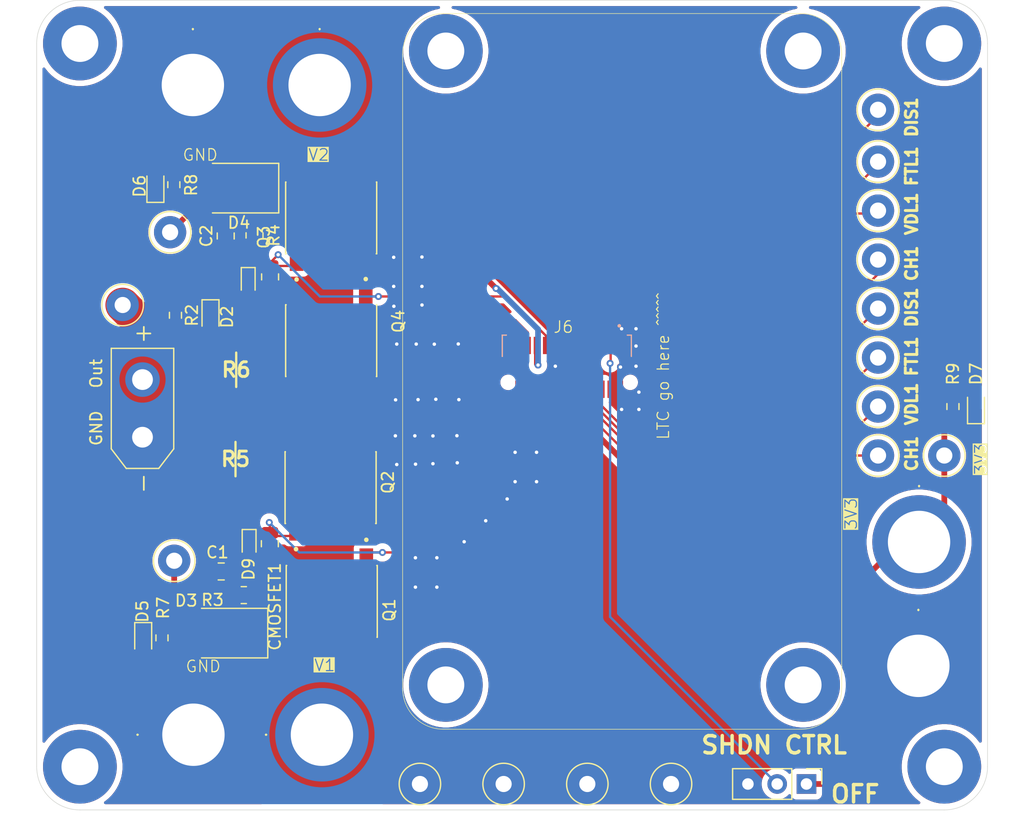
<source format=kicad_pcb>
(kicad_pcb (version 20241229) (generator "pcbnew") (generator_version "9.0")
  (layers (0 "F.Cu" signal) (2 "B.Cu" signal) (13 "F.Paste" user) (15 "B.Paste" user) (5 "F.SilkS" user "F.Silkscreen") (7 "B.SilkS" user "B.Silkscreen") (1 "F.Mask" user) (3 "B.Mask" user) (25 "Edge.Cuts" user))
  (net 0 "")
  (net 1 "GND")
  (net 2 "Net-(C1-Pad1)")
  (net 3 "Net-(C2-Pad1)")
  (net 4 "/GATE1")
  (net 5 "/SOURCE1")
  (net 6 "/SOURCE2")
  (net 7 "/GATE2")
  (net 8 "Net-(D2-A)")
  (net 9 "Net-(D5-A)")
  (net 10 "Net-(D6-A)")
  (net 11 "Net-(D7-A)")
  (net 16 "/V2")
  (net 17 "/Out")
  (net 18 "/DISABLE2")
  (net 19 "/CHL1")
  (net 20 "+3.3V")
  (net 21 "/V1")
  (net 22 "/SHDN")
  (net 23 "/SENSE1")
  (net 24 "/DISABLE1")
  (net 25 "/FTL1")
  (net 26 "/VDL1")
  (net 27 "/CHL2")
  (net 28 "/VDL2")
  (net 29 "/SENSE2")
  (net 30 "/FTL2")
  (footprint "LED_SMD:LED_0603_1608Metric" (layer "F.Cu") (at 118.83 94.4725 -90)
    (property "Reference" "D2" (at 0 -1.43 90) (layer "F.SilkS"))
    (property "Value" "D")
    (pad "1" smd roundrect (at -0.7875 0 270) (size 0.875 0.95) (layers "F.Cu" "F.Mask" "F.Paste") (net 1 "GND"))
    (pad "2" smd roundrect (at 0.7875 0 270) (size 0.875 0.95) (layers "F.Cu" "F.Mask" "F.Paste") (net 8 "Net-(D2-A)"))
  )
  (footprint "Resistor_SMD:R_0603_1608Metric_Pad0.98x0.95mm_HandSolder" (layer "F.Cu") (at 115.65 83 90)
    (property "Reference" "R8" (at -0.025 1.5 90) (layer "F.SilkS"))
    (property "Value" "R")
    (pad "1" smd roundrect (at -0.9125 0 90) (size 0.975 0.95) (layers "F.Cu" "F.Mask" "F.Paste") (net 16 "/V2"))
    (pad "2" smd roundrect (at 0.9125 0 90) (size 0.975 0.95) (layers "F.Cu" "F.Mask" "F.Paste") (net 10 "Net-(D6-A)"))
  )
  (footprint "Resistor_SMD:R_0603_1608Metric_Pad0.98x0.95mm_HandSolder" (layer "F.Cu") (at 114.62 122.32 -90)
    (property "Reference" "R7" (at -2.6 -0.1 90) (layer "F.SilkS"))
    (property "Value" "R")
    (pad "1" smd roundrect (at -0.9125 0 270) (size 0.975 0.95) (layers "F.Cu" "F.Mask" "F.Paste") (net 21 "/V1"))
    (pad "2" smd roundrect (at 0.9125 0 270) (size 0.975 0.95) (layers "F.Cu" "F.Mask" "F.Paste") (net 9 "Net-(D5-A)"))
  )
  (footprint "Capacitor_SMD:C_0805_2012Metric" (layer "F.Cu") (at 124 91 -90)
    (property "Reference" "CMOSFET3" (hide yes))
    (property "Value" "10u")
    (pad "1" smd roundrect (at -0.95 0 270) (size 1 1.45) (layers "F.Cu" "F.Mask" "F.Paste") (net 7 "/GATE2"))
    (pad "2" smd roundrect (at 0.95 0 270) (size 1 1.45) (layers "F.Cu" "F.Mask" "F.Paste") (net 6 "/SOURCE2"))
  )
  (footprint "UTSVT_Connectors:5754" (layer "F.Cu") (at 180.31 114 -90)
    (property "Reference" "J5" (at 0 0 90) (layer "F.SilkS") (effects (font (size 1.27 1.27) (thickness 0.254))))
    (property "Value" "575-4" (hide yes))
    (pad "1" thru_hole circle (at 0 0 270) (size 8.115 8.115) (drill 5.41) (layers "*.Cu" "*.Mask") (net 20 "+3.3V"))
  )
  (footprint "PowerBoardLib:TO200P800X182-5N" (layer "F.Cu") (at 129.3 96.35 -90)
    (property "Reference" "Q4" (at -1.49 -5.835 90) (layer "F.SilkS"))
    (property "Value" "SQJQ140E-T1_GE3")
    (pad "1" smd rect (at -3.65 -3 270) (size 1.53 1.18) (layers "F.Cu" "F.Mask" "F.Paste") (net 7 "/GATE2"))
    (pad "2" smd rect (at -3.65 -1 270) (size 1.53 1.18) (layers "F.Cu" "F.Mask" "F.Paste") (net 6 "/SOURCE2"))
    (pad "3" smd rect (at -3.65 1 270) (size 1.53 1.18) (layers "F.Cu" "F.Mask" "F.Paste") (net 6 "/SOURCE2"))
    (pad "4" smd rect (at -3.65 3 270) (size 1.53 1.18) (layers "F.Cu" "F.Mask" "F.Paste") (net 6 "/SOURCE2"))
    (pad "5" smd rect (at 1.6 0 270) (size 5.63 7.21) (layers "F.Cu" "F.Mask") (net 29 "/SENSE2"))
  )
  (footprint "LED_SMD:LED_0603_1608Metric" (layer "F.Cu") (at 112.99 122.48 -90)
    (property "Reference" "D5" (at -2.46 0.07 90) (layer "F.SilkS"))
    (property "Value" "D")
    (pad "1" smd roundrect (at -0.7875 0 270) (size 0.875 0.95) (layers "F.Cu" "F.Mask" "F.Paste") (net 1 "GND"))
    (pad "2" smd roundrect (at 0.7875 0 270) (size 0.875 0.95) (layers "F.Cu" "F.Mask" "F.Paste") (net 9 "Net-(D5-A)"))
  )
  (footprint "MountingHole:MountingHole_3.2mm_M3_Pad" (layer "F.Cu") (at 107.5 133.5)
    (property "Reference" "H2" (hide yes))
    (property "Value" "MountingHole_Pad")
    (pad "1" thru_hole circle (at 0 0) (size 6.4 6.4) (drill 3.2) (layers "*.Cu" "*.Mask"))
  )
  (footprint "TestPoint:TestPoint_Loop_D3.50mm_Drill1.4mm_Beaded" (layer "F.Cu") (at 144.263333 135)
    (property "Reference" "TP18" (hide yes))
    (property "Value" "TestPoint")
    (pad "1" thru_hole circle (at 0 0) (size 2.8 2.8) (drill 1.4) (layers "*.Cu" "*.Mask") (net 1 "GND"))
  )
  (footprint "PowerBoardLib:TO200P800X182-5N" (layer "F.Cu") (at 129.3 86.0645 90)
    (property "Reference" "Q3" (at -1.49 -5.835 90) (layer "F.SilkS"))
    (property "Value" "SQJQ140E-T1_GE3")
    (pad "1" smd rect (at -3.65 -3 90) (size 1.53 1.18) (layers "F.Cu" "F.Mask" "F.Paste") (net 7 "/GATE2"))
    (pad "2" smd rect (at -3.65 -1 90) (size 1.53 1.18) (layers "F.Cu" "F.Mask" "F.Paste") (net 6 "/SOURCE2"))
    (pad "3" smd rect (at -3.65 1 90) (size 1.53 1.18) (layers "F.Cu" "F.Mask" "F.Paste") (net 6 "/SOURCE2"))
    (pad "4" smd rect (at -3.65 3 90) (size 1.53 1.18) (layers "F.Cu" "F.Mask" "F.Paste") (net 6 "/SOURCE2"))
    (pad "5" smd rect (at 1.6 0 90) (size 5.63 7.21) (layers "F.Cu" "F.Mask") (net 16 "/V2"))
  )
  (footprint "MountingHole:MountingHole_3.2mm_M3_Pad" (layer "F.Cu") (at 182.5 70.75)
    (property "Reference" "H1" (hide yes))
    (property "Value" "MountingHole_Pad")
    (pad "1" thru_hole circle (at 0 0) (size 6.4 6.4) (drill 3.2) (layers "*.Cu" "*.Mask"))
  )
  (footprint "PowerBoardLib:RESC6432X89N" (layer "F.Cu") (at 121 106.81 180)
    (property "Reference" "R5" (at 0 0 0) (layer "F.SilkS") (effects (font (size 1.27 1.27) (thickness 0.254))))
    (property "Value" "1.5m" (hide yes))
    (pad "1" smd rect (at -2.9 0 180) (size 1.45 3.45) (layers "F.Cu" "F.Mask" "F.Paste") (net 23 "/SENSE1"))
    (pad "2" smd rect (at 2.9 0 180) (size 1.45 3.45) (layers "F.Cu" "F.Mask" "F.Paste") (net 17 "/Out"))
  )
  (footprint "MountingHole:MountingHole_3.2mm_M3_Pad" (layer "F.Cu") (at 107.5 70.75)
    (property "Reference" "H4" (hide yes))
    (property "Value" "MountingHole_Pad")
    (pad "1" thru_hole circle (at 0 0) (size 6.4 6.4) (drill 3.2) (layers "*.Cu" "*.Mask"))
  )
  (footprint "UTSVT_Connectors:5754" (layer "F.Cu") (at 117.3 74.35 -90)
    (property "Reference" "J2" (hide yes))
    (property "Value" "575-4" (hide yes))
    (pad "1" thru_hole circle (at 0 0 270) (size 8.115 8.115) (drill 5.41) (layers "*.Cu" "*.Mask") (net 1 "GND"))
  )
  (footprint "PowerBoardLib:P26_DO-214AA_SMB" (layer "F.Cu") (at 123.3 83.3 180)
    (property "Reference" "D4" (at 2 -3 0) (layer "F.SilkS"))
    (property "Value" "SMBJ15D-M3I")
    (pad "1" smd roundrect (at 0 0 180) (size 1.5 2.4) (layers "F.Cu" "F.Mask" "F.Paste") (roundrect_rratio 0.1086956522) (net 16 "/V2"))
    (pad "2" smd roundrect (at 4.3 0 180) (size 1.5 2.4) (layers "F.Cu" "F.Mask" "F.Paste") (roundrect_rratio 0.1086956522) (net 1 "GND"))
  )
  (footprint "LED_SMD:LED_0603_1608Metric" (layer "F.Cu") (at 185.25 102.25 90)
    (property "Reference" "D7" (at 2.8375 0 90) (layer "F.SilkS"))
    (property "Value" "D")
    (pad "1" smd roundrect (at -0.7875 0 90) (size 0.875 0.95) (layers "F.Cu" "F.Mask" "F.Paste") (net 1 "GND"))
    (pad "2" smd roundrect (at 0.7875 0 90) (size 0.875 0.95) (layers "F.Cu" "F.Mask" "F.Paste") (net 11 "Net-(D7-A)"))
  )
  (footprint "UTSVT_Connectors:5754" (layer "F.Cu") (at 180.25 124.75 -90)
    (property "Reference" "J7" (at 0 0 90) (layer "F.SilkS") (effects (font (size 1.27 1.27) (thickness 0.254))))
    (property "Value" "575-4" (hide yes))
    (pad "1" thru_hole circle (at 0 0 270) (size 8.115 8.115) (drill 5.41) (layers "*.Cu" "*.Mask") (net 1 "GND"))
  )
  (footprint "Diode_SMD:D_SOD-523" (layer "F.Cu") (at 122.1 91.45 -90)
    (property "Reference" "D11" (hide yes))
    (property "Value" "D_Zener")
    (pad "1" smd roundrect (at -0.7 0 90) (size 0.6 0.7) (layers "F.Cu" "F.Mask" "F.Paste") (net 7 "/GATE2"))
    (pad "2" smd roundrect (at 0.7 0 90) (size 0.6 0.7) (layers "F.Cu" "F.Mask" "F.Paste") (net 6 "/SOURCE2"))
  )
  (footprint "Connector_PinHeader_2.54mm:PinHeader_1x03_P2.54mm_Vertical" (layer "F.Cu") (at 170.54 135 -90)
    (property "Reference" "J8" (hide yes))
    (property "Value" "Conn_01x03")
    (pad "1" thru_hole rect (at 0 0 270) (size 1.7 1.7) (drill 1) (layers "*.Cu" "*.Mask") (net 20 "+3.3V"))
    (pad "2" thru_hole oval (at 0 2.54 270) (size 1.7 1.7) (drill 1) (layers "*.Cu" "*.Mask") (net 22 "/SHDN"))
    (pad "3" thru_hole oval (at 0 5.08 270) (size 1.7 1.7) (drill 1) (layers "*.Cu" "*.Mask") (net 1 "GND"))
  )
  (footprint "PowerBoardLib:TO200P800X182-5N" (layer "F.Cu") (at 129.25 109.4645 90)
    (property "Reference" "Q2" (at 0.6445 4.97 90) (layer "F.SilkS"))
    (property "Value" "SQJQ140E-T1_GE3")
    (pad "1" smd rect (at -3.65 -3 90) (size 1.53 1.18) (layers "F.Cu" "F.Mask" "F.Paste") (net 4 "/GATE1"))
    (pad "2" smd rect (at -3.65 -1 90) (size 1.53 1.18) (layers "F.Cu" "F.Mask" "F.Paste") (net 5 "/SOURCE1"))
    (pad "3" smd rect (at -3.65 1 90) (size 1.53 1.18) (layers "F.Cu" "F.Mask" "F.Paste") (net 5 "/SOURCE1"))
    (pad "4" smd rect (at -3.65 3 90) (size 1.53 1.18) (layers "F.Cu" "F.Mask" "F.Paste") (net 5 "/SOURCE1"))
    (pad "5" smd rect (at 1.6 0 90) (size 5.63 7.21) (layers "F.Cu" "F.Mask") (net 23 "/SENSE1"))
  )
  (footprint "TestPoint:TestPoint_Loop_D3.50mm_Drill1.4mm_Beaded" (layer "F.Cu") (at 151.526667 135)
    (property "Reference" "TP19" (hide yes))
    (property "Value" "TestPoint")
    (pad "1" thru_hole circle (at 0 0) (size 2.8 2.8) (drill 1.4) (layers "*.Cu" "*.Mask") (net 1 "GND"))
  )
  (footprint "TestPoint:TestPoint_Loop_D3.50mm_Drill1.4mm_Beaded" (layer "F.Cu") (at 176.75 102.25)
    (property "Reference" "TP2" (hide yes))
    (property "Value" "TestPoint")
    (pad "1" thru_hole circle (at 0 0) (size 2.8 2.8) (drill 1.4) (layers "*.Cu" "*.Mask") (net 26 "/VDL1"))
  )
  (footprint "PowerBoardLib:TO200P800X182-5N" (layer "F.Cu") (at 129.35 118.975 -90)
    (property "Reference" "Q1" (at 0.935 -5 90) (layer "F.SilkS"))
    (property "Value" "SQJQ140E-T1_GE3")
    (pad "1" smd rect (at -3.65 -3 270) (size 1.53 1.18) (layers "F.Cu" "F.Mask" "F.Paste") (net 4 "/GATE1"))
    (pad "2" smd rect (at -3.65 -1 270) (size 1.53 1.18) (layers "F.Cu" "F.Mask" "F.Paste") (net 5 "/SOURCE1"))
    (pad "3" smd rect (at -3.65 1 270) (size 1.53 1.18) (layers "F.Cu" "F.Mask" "F.Paste") (net 5 "/SOURCE1"))
    (pad "4" smd rect (at -3.65 3 270) (size 1.53 1.18) (layers "F.Cu" "F.Mask" "F.Paste") (net 5 "/SOURCE1"))
    (pad "5" smd rect (at 1.6 0 270) (size 5.63 7.21) (layers "F.Cu" "F.Mask") (net 21 "/V1"))
  )
  (footprint "TestPoint:TestPoint_Loop_D3.50mm_Drill1.4mm_Beaded" (layer "F.Cu") (at 158.79 135)
    (property "Reference" "TP16" (hide yes))
    (property "Value" "TestPoint")
    (pad "1" thru_hole circle (at 0 0) (size 2.8 2.8) (drill 1.4) (layers "*.Cu" "*.Mask") (net 1 "GND"))
  )
  (footprint "Capacitor_SMD:C_0805_2012Metric" (layer "F.Cu") (at 123.98 114.15 -90)
    (property "Reference" "CMOSFET1" (at 5.46 -0.43 90) (layer "F.SilkS"))
    (property "Value" "10u")
    (pad "1" smd roundrect (at -0.95 0 270) (size 1 1.45) (layers "F.Cu" "F.Mask" "F.Paste") (net 4 "/GATE1"))
    (pad "2" smd roundrect (at 0.95 0 270) (size 1 1.45) (layers "F.Cu" "F.Mask" "F.Paste") (net 5 "/SOURCE1"))
  )
  (footprint "UTSVT_Connectors:5754" (layer "F.Cu") (at 117.35 130.725)
    (property "Reference" "J3" (hide yes))
    (property "Value" "575-4" (hide yes))
    (pad "1" thru_hole circle (at 0 0) (size 8.115 8.115) (drill 5.41) (layers "*.Cu" "*.Mask") (net 1 "GND"))
  )
  (footprint "TestPoint:TestPoint_Loop_D3.50mm_Drill1.4mm_Beaded" (layer "F.Cu") (at 176.75 93.75)
    (property "Reference" "TP4" (hide yes))
    (property "Value" "TestPoint")
    (pad "1" thru_hole circle (at 0 0) (size 2.8 2.8) (drill 1.4) (layers "*.Cu" "*.Mask") (net 24 "/DISABLE1"))
  )
  (footprint "TestPoint:TestPoint_Loop_D3.50mm_Drill1.4mm_Beaded" (layer "F.Cu") (at 111.21 93.44)
    (property "Reference" "TP15" (hide yes))
    (property "Value" "TestPoint")
    (pad "1" thru_hole circle (at 0 0) (size 2.8 2.8) (drill 1.4) (layers "*.Cu" "*.Mask") (net 17 "/Out"))
  )
  (footprint "LED_SMD:LED_0603_1608Metric" (layer "F.Cu") (at 114.05 83.05 90)
    (property "Reference" "D6" (at -0.075 -1.375 90) (layer "F.SilkS"))
    (property "Value" "D")
    (pad "1" smd roundrect (at -0.7875 0 90) (size 0.875 0.95) (layers "F.Cu" "F.Mask" "F.Paste") (net 1 "GND"))
    (pad "2" smd roundrect (at 0.7875 0 90) (size 0.875 0.95) (layers "F.Cu" "F.Mask" "F.Paste") (net 10 "Net-(D6-A)"))
  )
  (footprint "Resistor_SMD:R_0805_2012Metric" (layer "F.Cu") (at 121.72 118.61 180)
    (property "Reference" "R3" (at 2.71 -0.42 0) (layer "F.SilkS"))
    (property "Value" "1.2")
    (pad "1" smd roundrect (at -0.9125 0 180) (size 1.025 1.4) (layers "F.Cu" "F.Mask" "F.Paste") (roundrect_rratio 0.243902) (net 21 "/V1"))
    (pad "2" smd roundrect (at 0.9125 0 180) (size 1.025 1.4) (layers "F.Cu" "F.Mask" "F.Paste") (roundrect_rratio 0.243902) (net 2 "Net-(C1-Pad1)"))
  )
  (footprint "TestPoint:TestPoint_Loop_D3.50mm_Drill1.4mm_Beaded" (layer "F.Cu") (at 176.75 76.5)
    (property "Reference" "TP5" (hide yes))
    (property "Value" "TestPoint")
    (pad "1" thru_hole circle (at 0 0) (size 2.8 2.8) (drill 1.4) (layers "*.Cu" "*.Mask") (net 27 "/CHL2"))
  )
  (footprint "Resistor_SMD:R_0805_2012Metric" (layer "F.Cu") (at 122.65 87.4 -90)
    (property "Reference" "R4" (at 0 -1.65 90) (layer "F.SilkS"))
    (property "Value" "1.2")
    (pad "1" smd roundrect (at -0.9125 0 270) (size 1.025 1.4) (layers "F.Cu" "F.Mask" "F.Paste") (roundrect_rratio 0.243902) (net 16 "/V2"))
    (pad "2" smd roundrect (at 0.9125 0 270) (size 1.025 1.4) (layers "F.Cu" "F.Mask" "F.Paste") (roundrect_rratio 0.243902) (net 3 "Net-(C2-Pad1)"))
  )
  (footprint "TestPoint:TestPoint_Loop_D3.50mm_Drill1.4mm_Beaded" (layer "F.Cu") (at 115.68 115.63)
    (property "Reference" "TP14" (hide yes))
    (property "Value" "TestPoint")
    (pad "1" thru_hole circle (at 0 0) (size 2.8 2.8) (drill 1.4) (layers "*.Cu" "*.Mask") (net 21 "/V1"))
  )
  (footprint "TestPoint:TestPoint_Loop_D3.50mm_Drill1.4mm_Beaded" (layer "F.Cu") (at 176.75 89.5)
    (property "Reference" "TP8" (hide yes))
    (property "Value" "TestPoint")
    (pad "1" thru_hole circle (at 0 0) (size 2.8 2.8) (drill 1.4) (layers "*.Cu" "*.Mask") (net 18 "/DISABLE2"))
  )
  (footprint "TestPoint:TestPoint_Loop_D3.50mm_Drill1.4mm_Beaded" (layer "F.Cu") (at 176.75 98)
    (property "Reference" "TP3" (hide yes))
    (property "Value" "TestPoint")
    (pad "1" thru_hole circle (at 0 0) (size 2.8 2.8) (drill 1.4) (layers "*.Cu" "*.Mask") (net 25 "/FTL1"))
  )
  (footprint "TestPoint:TestPoint_Loop_D3.50mm_Drill1.4mm_Beaded" (layer "F.Cu") (at 137 135)
    (property "Reference" "TP17" (hide yes))
    (property "Value" "TestPoint")
    (pad "1" thru_hole circle (at 0 0) (size 2.8 2.8) (drill 1.4) (layers "*.Cu" "*.Mask") (net 1 "GND"))
  )
  (footprint "UTSVT_Connectors:5754" (layer "F.Cu") (at 128.5 130.725)
    (property "Reference" "J1" (hide yes))
    (property "Value" "575-4" (hide yes))
    (pad "1" thru_hole circle (at 0 0) (size 8.115 8.115) (drill 5.41) (layers "*.Cu" "*.Mask") (net 21 "/V1"))
  )
  (footprint "UTSVT_Connectors:5754" (layer "F.Cu") (at 128.3 74.35 -90)
    (property "Reference" "J4" (hide yes))
    (property "Value" "575-4" (hide yes))
    (pad "1" thru_hole circle (at 0 0 270) (size 8.115 8.115) (drill 5.41) (layers "*.Cu" "*.Mask") (net 16 "/V2"))
  )
  (footprint "Diode_SMD:D_SOD-523" (layer "F.Cu") (at 122.18 114.18 -90)
    (property "Reference" "D9" (at 2.18 0.05 90) (layer "F.SilkS"))
    (property "Value" "D_Zener")
    (pad "1" smd roundrect (at -0.7 0 90) (size 0.6 0.7) (layers "F.Cu" "F.Mask" "F.Paste") (net 4 "/GATE1"))
    (pad "2" smd roundrect (at 0.7 0 90) (size 0.6 0.7) (layers "F.Cu" "F.Mask" "F.Paste") (net 5 "/SOURCE1"))
  )
  (footprint "Resistor_SMD:R_0603_1608Metric_Pad0.98x0.95mm_HandSolder" (layer "F.Cu") (at 115.79 94.33 -90)
    (property "Reference" "R2" (at 0 -1.43 90) (layer "F.SilkS"))
    (property "Value" "R")
    (pad "1" smd roundrect (at -0.9125 0 270) (size 0.975 0.95) (layers "F.Cu" "F.Mask" "F.Paste") (net 17 "/Out"))
    (pad "2" smd roundrect (at 0.9125 0 270) (size 0.975 0.95) (layers "F.Cu" "F.Mask" "F.Paste") (net 8 "Net-(D2-A)"))
  )
  (footprint "MountingHole:MountingHole_3.2mm_M3_Pad" (layer "F.Cu") (at 182.5 133.5)
    (property "Reference" "H3" (hide yes))
    (property "Value" "MountingHole_Pad")
    (pad "1" thru_hole circle (at 0 0) (size 6.4 6.4) (drill 3.2) (layers "*.Cu" "*.Mask"))
  )
  (footprint "PowerBoardLib:P26_DO-214AA_SMB" (layer "F.Cu") (at 122.35 121.91 180)
    (property "Reference" "D3" (at 5.63 2.82 0) (layer "F.SilkS"))
    (property "Value" "SMBJ15D-M3I")
    (pad "1" smd roundrect (at 0 0 180) (size 1.5 2.4) (layers "F.Cu" "F.Mask" "F.Paste") (roundrect_rratio 0.1086956522) (net 21 "/V1"))
    (pad "2" smd roundrect (at 4.3 0 180) (size 1.5 2.4) (layers "F.Cu" "F.Mask" "F.Paste") (roundrect_rratio 0.1086956522) (net 1 "GND"))
  )
  (footprint "PowerBoardLib:LVMux" (layer "F.Cu") (at 149.85 98.95 90)
    (property "Reference" "J6" (at 3.6 -0.4 0) (layer "F.SilkS") (effects (font (thickness 0.1))))
    (property "Value" "53307-2471")
    (fp_text user "LTC go here ^^^^^" (at -6.25 8.85 90) (layer "F.SilkS") (effects (font (thickness 0.1)) (justify left bottom)))
    (pad "" np_thru_hole circle (at -1.2 -5.2) (size 0.85 0.85) (drill 0.85) (layers "*.Cu" "*.Mask"))
    (pad "" np_thru_hole circle (at -1.2 5.4) (size 0.85 0.85) (drill 0.85) (layers "*.Cu" "*.Mask"))
    (pad "1" smd rect (at 2 4.5 180) (size 0.55 1.5) (layers "F.Cu" "F.Mask" "F.Paste") (net 1 "GND"))
    (pad "2" smd rect (at -1.8 4.5 180) (size 0.55 1.5) (layers "F.Cu" "F.Mask" "F.Paste") (net 1 "GND"))
    (pad "3" smd rect (at 2 3.7 180) (size 0.55 1.5) (layers "F.Cu" "F.Mask" "F.Paste") (net 22 "/SHDN"))
    (pad "4" smd rect (at -1.8 3.7 180) (size 0.55 1.5) (layers "F.Cu" "F.Mask" "F.Paste") (net 1 "GND"))
    (pad "5" smd rect (at 2 2.9 180) (size 0.55 1.5) (layers "F.Cu" "F.Mask" "F.Paste") (net 18 "/DISABLE2"))
    (pad "6" smd rect (at -1.8 2.9 180) (size 0.55 1.5) (layers "F.Cu" "F.Mask" "F.Paste") (net 24 "/DISABLE1"))
    (pad "7" smd rect (at 2 2.1 180) (size 0.55 1.5) (layers "F.Cu" "F.Mask" "F.Paste") (net 30 "/FTL2"))
    (pad "8" smd rect (at -1.8 2.1 180) (size 0.55 1.5) (layers "F.Cu" "F.Mask" "F.Paste") (net 25 "/FTL1"))
    (pad "9" smd rect (at 2 1.3 180) (size 0.55 1.5) (layers "F.Cu" "F.Mask" "F.Paste") (net 28 "/VDL2"))
    (pad "10" smd rect (at -1.8 1.3 180) (size 0.55 1.5) (layers "F.Cu" "F.Mask" "F.Paste") (net 26 "/VDL1"))
    (pad "11" smd rect (at 2 0.5 180) (size 0.55 1.5) (layers "F.Cu" "F.Mask" "F.Paste") (net 27 "/CHL2"))
    (pad "12" smd rect (at -1.8 0.5 180) (size 0.55 1.5) (layers "F.Cu" "F.Mask" "F.Paste") (net 19 "/CHL1"))
    (pad "13" smd rect (at 2 -0.3 180) (size 0.55 1.5) (layers "F.Cu" "F.Mask" "F.Paste") (net 20 "+3.3V"))
    (pad "14" smd rect (at -1.8 -0.3 180) (size 0.55 1.5) (layers "F.Cu" "F.Mask" "F.Paste") (net 20 "+3.3V"))
    (pad "15" smd rect (at 2 -1.1 180) (size 0.55 1.5) (layers "F.Cu" "F.Mask" "F.Paste") (net 16 "/V2"))
    (pad "16" smd rect (at -1.8 -1.1 180) (size 0.55 1.5) (layers "F.Cu" "F.Mask" "F.Paste") (net 21 "/V1"))
    (pad "17" smd rect (at 2 -1.9 180) (size 0.55 1.5) (layers "F.Cu" "F.Mask" "F.Paste") (net 7 "/GATE2"))
    (pad "18" smd rect (at -1.8 -1.9 180) (size 0.55 1.5) (layers "F.Cu" "F.Mask" "F.Paste") (net 4 "/GATE1"))
    (pad "19" smd rect (at 2 -2.7 180) (size 0.55 1.5) (layers "F.Cu" "F.Mask" "F.Paste") (net 6 "/SOURCE2"))
    (pad "20" smd rect (at -1.8 -2.7 180) (size 0.55 1.5) (layers "F.Cu" "F.Mask" "F.Paste") (net 5 "/SOURCE1"))
    (pad "21" smd rect (at 2 -3.5 180) (size 0.55 1.5) (layers "F.Cu" "F.Mask" "F.Paste") (net 29 "/SENSE2"))
    (pad "22" smd rect (at -1.8 -3.5 180) (size 0.55 1.5) (layers "F.Cu" "F.Mask" "F.Paste") (net 23 "/SENSE1"))
    (pad "23" smd rect (at 2 -4.3 180) (size 0.55 1.5) (layers "F.Cu" "F.Mask" "F.Paste") (net 17 "/Out"))
    (pad "24" smd rect (at -1.8 -4.3 180) (size 0.55 1.5) (layers "F.Cu" "F.Mask" "F.Paste") (net 17 "/Out"))
    (pad "X" thru_hole circle (at -27.45 -10.6 90) (size 3.6 3.6) (drill 3.2) (layers "*.Cu" "*.Mask"))
    (pad "X" connect circle (at -27.45 -10.6 90) (size 6.4 6.4) (layers "F.Cu" "F.Mask"))
    (pad "X" connect circle (at -27.45 -10.6 90) (size 6.4 6.4) (layers "B.Cu" "B.Mask"))
    (pad "X" thru_hole circle (at -27.45 20.4 90) (size 3.6 3.6) (drill 3.2) (layers "*.Cu" "*.Mask"))
    (pad "X" connect circle (at -27.45 20.4 90) (size 6.4 6.4) (layers "F.Cu" "F.Mask"))
    (pad "X" connect circle (at -27.45 20.4 90) (size 6.4 6.4) (layers "B.Cu" "B.Mask"))
    (pad "X" thru_hole circle (at 27.55 -10.6 90) (size 3.6 3.6) (drill 3.2) (layers "*.Cu" "*.Mask"))
    (pad "X" connect circle (at 27.55 -10.6 90) (size 6.4 6.4) (layers "F.Cu" "F.Mask"))
    (pad "X" connect circle (at 27.55 -10.6 90) (size 6.4 6.4) (layers "B.Cu" "B.Mask"))
    (pad "X" thru_hole circle (at 27.55 20.4 90) (size 3.6 3.6) (drill 3.2) (layers "*.Cu" "*.Mask"))
    (pad "X" connect circle (at 27.55 20.4 90) (size 6.4 6.4) (layers "F.Cu" "F.Mask"))
    (pad "X" connect circle (at 27.55 20.4 90) (size 6.4 6.4) (layers "B.Cu" "B.Mask"))
  )
  (footprint "TestPoint:TestPoint_Loop_D3.50mm_Drill1.4mm_Beaded" (layer "F.Cu") (at 176.75 81)
    (property "Reference" "TP6" (hide yes))
    (property "Value" "TestPoint")
    (pad "1" thru_hole circle (at 0 0) (size 2.8 2.8) (drill 1.4) (layers "*.Cu" "*.Mask") (net 28 "/VDL2"))
  )
  (footprint "TestPoint:TestPoint_Loop_D3.50mm_Drill1.4mm_Beaded" (layer "F.Cu") (at 182.5 106.5)
    (property "Reference" "TP12" (hide yes))
    (property "Value" "TestPoint")
    (pad "1" thru_hole circle (at 0 0) (size 2.8 2.8) (drill 1.4) (layers "*.Cu" "*.Mask") (net 20 "+3.3V"))
  )
  (footprint "TestPoint:TestPoint_Loop_D3.50mm_Drill1.4mm_Beaded" (layer "F.Cu") (at 176.75 85.25)
    (property "Reference" "TP7" (hide yes))
    (property "Value" "TestPoint")
    (pad "1" thru_hole circle (at 0 0) (size 2.8 2.8) (drill 1.4) (layers "*.Cu" "*.Mask") (net 30 "/FTL2"))
  )
  (footprint "Capacitor_SMD:C_0805_2012Metric" (layer "F.Cu") (at 119.76 116.56 180)
    (property "Reference" "C1" (at 0.33 1.66 0) (layer "F.SilkS"))
    (property "Value" "10u")
    (pad "1" smd roundrect (at -0.95 0 180) (size 1 1.45) (layers "F.Cu" "F.Mask" "F.Paste") (net 2 "Net-(C1-Pad1)"))
    (pad "2" smd roundrect (at 0.95 0 180) (size 1 1.45) (layers "F.Cu" "F.Mask" "F.Paste") (net 1 "GND"))
  )
  (footprint "PowerBoardLib:RESC6432X89N" (layer "F.Cu") (at 121.06 99.06 180)
    (property "Reference" "R6" (at 0 0 0) (layer "F.SilkS") (effects (font (size 1.27 1.27) (thickness 0.254))))
    (property "Value" "1.5m" (hide yes))
    (pad "1" smd rect (at -2.9 0 180) (size 1.45 3.45) (layers "F.Cu" "F.Mask" "F.Paste") (net 29 "/SENSE2"))
    (pad "2" smd rect (at 2.9 0 180) (size 1.45 3.45) (layers "F.Cu" "F.Mask" "F.Paste") (net 17 "/Out"))
  )
  (footprint "Connector_AMASS:AMASS_XT30UPB-M_1x02_P5.0mm_Vertical" (layer "F.Cu") (at 112.93 104.91 90)
    (property "Reference" "J9" (hide yes))
    (property "Value" "Conn_01x02")
    (fp_text user "+" (at 9 0 90) (layer "F.SilkS") (effects (font (size 1.5 1.5))))
    (fp_text user "-" (at -4 0 90) (layer "F.SilkS") (effects (font (size 1.5 1.5))))
    (pad "1" thru_hole roundrect (at 0 0 90) (size 3 3) (drill 1.8) (layers "*.Cu" "*.Mask") (net 1 "GND"))
    (pad "2" thru_hole circle (at 5 0 90) (size 3 3) (drill 1.8) (layers "*.Cu" "*.Mask") (net 17 "/Out"))
  )
  (footprint "Resistor_SMD:R_0603_1608Metric_Pad0.98x0.95mm_HandSolder" (layer "F.Cu") (at 183.25 102.25 90)
    (property "Reference" "R9" (at 2.8375 0 90) (layer "F.SilkS"))
    (property "Value" "R")
    (pad "1" smd roundrect (at -0.9125 0 90) (size 0.975 0.95) (layers "F.Cu" "F.Mask" "F.Paste") (net 20 "+3.3V"))
    (pad "2" smd roundrect (at 0.9125 0 90) (size 0.975 0.95) (layers "F.Cu" "F.Mask" "F.Paste") (net 11 "Net-(D7-A)"))
  )
  (footprint "Capacitor_SMD:C_0805_2012Metric" (layer "F.Cu") (at 120.15 87.45 90)
    (property "Reference" "C2" (at 0 -1.68 90) (layer "F.SilkS"))
    (property "Value" "10u")
    (pad "1" smd roundrect (at -0.95 0 90) (size 1 1.45) (layers "F.Cu" "F.Mask" "F.Paste") (net 3 "Net-(C2-Pad1)"))
    (pad "2" smd roundrect (at 0.95 0 90) (size 1 1.45) (layers "F.Cu" "F.Mask" "F.Paste") (net 1 "GND"))
  )
  (footprint "TestPoint:TestPoint_Loop_D3.50mm_Drill1.4mm_Beaded" (layer "F.Cu") (at 115.325 87.125)
    (property "Reference" "TP13" (hide yes))
    (property "Value" "TestPoint")
    (pad "1" thru_hole circle (at 0 0) (size 2.8 2.8) (drill 1.4) (layers "*.Cu" "*.Mask") (net 16 "/V2"))
  )
  (footprint "TestPoint:TestPoint_Loop_D3.50mm_Drill1.4mm_Beaded" (layer "F.Cu") (at 176.75 106.5)
    (property "Reference" "TP1" (hide yes))
    (property "Value" "TestPoint")
    (pad "1" thru_hole circle (at 0 0) (size 2.8 2.8) (drill 1.4) (layers "*.Cu" "*.Mask") (net 19 "/CHL1"))
  )
  (gr_line (start 182.5 137.25) (end 107.5 137.25) (stroke (width 0.05)) (layer "Edge.Cuts"))
  (gr_arc (start 103.75 70.75) (mid 104.84835 68.09835) (end 107.5 67) (stroke (width 0.05)) (layer "Edge.Cuts"))
  (gr_arc (start 186.25 133.5) (mid 185.15165 136.15165) (end 182.5 137.25) (stroke (width 0.05)) (layer "Edge.Cuts"))
  (gr_line (start 103.75 133.5) (end 103.75 70.75) (stroke (width 0.05)) (layer "Edge.Cuts"))
  (gr_line (start 107.5 67) (end 182.5 67) (stroke (width 0.05)) (layer "Edge.Cuts"))
  (gr_arc (start 107.5 137.25) (mid 104.84835 136.15165) (end 103.75 133.5) (stroke (width 0.05)) (layer "Edge.Cuts"))
  (gr_arc (start 182.5 67) (mid 185.15165 68.09835) (end 186.25 70.75) (stroke (width 0.05)) (layer "Edge.Cuts"))
  (gr_line (start 186.25 70.75) (end 186.25 133.5) (stroke (width 0.05)) (layer "Edge.Cuts"))
  (gr_text "GND" (at 109.5 105.75 90) (layer "F.SilkS") (effects (font (size 1 1)) (justify left bottom)))
  (gr_text "V1" (at 127.77 125.29 0) (layer "F.SilkS" knockout) (effects (font (size 1 1) (thickness 0.1)) (justify left bottom)))
  (gr_text "CH1" (at 180.25 108 90) (layer "F.SilkS") (effects (font (size 1 1) (thickness 0.25) (bold yes)) (justify left bottom)))
  (gr_text "FTL1" (at 180.25 99.75 90) (layer "F.SilkS") (effects (font (size 1 1) (thickness 0.25) (bold yes)) (justify left bottom)))
  (gr_text "3V3" (at 175 113 90) (layer "F.SilkS" knockout) (effects (font (size 1 1) (thickness 0.1)) (justify left bottom)))
  (gr_text "VDL1	" (at 180.25 104 90) (layer "F.SilkS") (effects (font (size 1 1) (thickness 0.25) (bold yes)) (justify left bottom)))
  (gr_text "OFF" (at 172.5 136.75 0) (layer "F.SilkS") (effects (font (size 1.5 1.5) (thickness 0.3) (bold yes)) (justify left bottom)))
  (gr_text "DIS1" (at 180.25 95.5 90) (layer "F.SilkS") (effects (font (size 1 1) (thickness 0.25) (bold yes)) (justify left bottom)))
  (gr_text "SHDN CTRL" (at 161.25 132.5 0) (layer "F.SilkS") (effects (font (size 1.5 1.5) (thickness 0.3) (bold yes)) (justify left bottom)))
  (gr_text "GND" (at 116.61 125.38 0) (layer "F.SilkS") (effects (font (size 1 1) (thickness 0.1)) (justify left bottom)))
  (gr_text "VDL1	" (at 180.25 87.5 90) (layer "F.SilkS") (effects (font (size 1 1) (thickness 0.25) (bold yes)) (justify left bottom)))
  (gr_text "CH1" (at 180.25 91.5 90) (layer "F.SilkS") (effects (font (size 1 1) (thickness 0.25) (bold yes)) (justify left bottom)))
  (gr_text "3V3" (at 186.25 108.25 90) (layer "F.SilkS" knockout) (effects (font (size 1 1) (thickness 0.1)) (justify left bottom)))
  (gr_text "DIS1" (at 180.25 79 90) (layer "F.SilkS") (effects (font (size 1 1) (thickness 0.25) (bold yes)) (justify left bottom)))
  (gr_text "Out" (at 109.5 100.75 90) (layer "F.SilkS") (effects (font (size 1 1)) (justify left bottom)))
  (gr_text "V2" (at 127.25 81 0) (layer "F.SilkS" knockout) (effects (font (size 1 1) (thickness 0.1)) (justify left bottom)))
  (gr_text "FTL1" (at 180.25 83.25 90) (layer "F.SilkS") (effects (font (size 1 1) (thickness 0.25) (bold yes)) (justify left bottom)))
  (gr_text "GND" (at 116.35 81 0) (layer "F.SilkS") (effects (font (size 1 1) (thickness 0.1)) (justify left bottom)))
  (segment (start 154.35 98.775) (end 154.4 98.825) (width 0.5) (layer "F.Cu") (net 1))
  (segment (start 140.33 101.6) (end 140.38 101.65) (width 0.5) (layer "F.Cu") (net 1))
  (segment (start 136.87 101.62) (end 136.84 101.65) (width 0.5) (layer "F.Cu") (net 1))
  (via (at 136.84 101.65) (size 0.6) (drill 0.3) (layers "F.Cu" "B.Cu") (net 1))
  (via (at 154.4 98.825) (size 0.6) (drill 0.3) (layers "F.Cu" "B.Cu") (net 1))
  (via (at 136.61 117.92) (size 0.6) (drill 0.3) (layers "F.Cu" "B.Cu") (net 1))
  (via (at 148.75 98.75) (size 0.6) (drill 0.3) (layers "F.Cu" "B.Cu") (net 1))
  (via (at 155.75 97) (size 0.6) (drill 0.3) (layers "F.Cu" "B.Cu") (net 1))
  (via (at 147.12 106.22) (size 0.6) (drill 0.3) (layers "F.Cu" "B.Cu") (net 1))
  (via (at 140.38 101.65) (size 0.6) (drill 0.3) (layers "F.Cu" "B.Cu") (net 1))
  (via (at 134.725 89.3) (size 0.6) (drill 0.3) (layers "F.Cu" "B.Cu") (net 1))
  (via (at 138.47 117.92) (size 0.6) (drill 0.3) (layers "F.Cu" "B.Cu") (net 1))
  (via (at 136.56 104.79) (size 0.6) (drill 0.3) (layers "F.Cu" "B.Cu") (net 1))
  (via (at 138.25 96.84) (size 0.6) (drill 0.3) (layers "F.Cu" "B.Cu") (net 1))
  (via (at 136.62 107.25) (size 0.6) (drill 0.3) (layers "F.Cu" "B.Cu") (net 1))
  (via (at 147.12 108.77) (size 0.6) (drill 0.3) (layers "F.Cu" "B.Cu") (net 1))
  (via (at 140.24 107.13) (size 0.6) (drill 0.3) (layers "F.Cu" "B.Cu") (net 1))
  (via (at 137.175 89.275) (size 0.6) (drill 0.3) (layers "F.Cu" "B.Cu") (net 1))
  (via (at 140.21 104.78) (size 0.6) (drill 0.3) (layers "F.Cu" "B.Cu") (net 1))
  (via (at 145.26 106.22) (size 0.6) (drill 0.3) (layers "F.Cu" "B.Cu") (net 1))
  (via (at 136.61 115.37) (size 0.6) (drill 0.3) (layers "F.Cu" "B.Cu") (net 1))
  (via (at 134.99 96.83) (size 0.6) (drill 0.3) (layers "F.Cu" "B.Cu") (net 1))
  (via (at 155.75 98.75) (size 0.6) (drill 0.3) (layers "F.Cu" "B.Cu") (net 1))
  (via (at 136.68 96.83) (size 0.6) (drill 0.3) (layers "F.Cu" "B.Cu") (net 1))
  (via (at 134.725 91.825) (size 0.6) (drill 0.3) (layers "F.Cu" "B.Cu") (net 1))
  (via (at 134.89 101.67) (size 0.6) (drill 0.3) (layers "F.Cu" "B.Cu") (net 1))
  (via (at 140.33 96.82) (size 0.6) (drill 0.3) (layers "F.Cu" "B.Cu") (net 1))
  (via (at 134.74 93.55) (size 0.6) (drill 0.3) (layers "F.Cu" "B.Cu") (net 1))
  (via (at 154.5 95.5) (size 0.6) (drill 0.3) (layers "F.Cu" "B.Cu") (net 1))
  (via (at 154.5 102.5) (size 0.6) (drill 0.3) (layers "F.Cu" "B.Cu") (net 1))
  (via (at 137.175 91.825) (size 0.6) (drill 0.3) (layers "F.Cu" "B.Cu") (net 1))
  (via (at 138.13 104.8) (size 0.6) (drill 0.3) (layers "F.Cu" "B.Cu") (net 1))
  (via (at 134.99 107.28) (size 0.6) (drill 0.3) (layers "F.Cu" "B.Cu") (net 1))
  (via (at 144.57 110.27) (size 0.6) (drill 0.3) (layers "F.Cu" "B.Cu") (net 1))
  (via (at 137.18 93.44) (size 0.6) (drill 0.3) (layers "F.Cu" "B.Cu") (net 1))
  (via (at 156 102.5) (size 0.6) (drill 0.3) (layers "F.Cu" "B.Cu") (net 1))
  (via (at 138.13 107.21) (size 0.6) (drill 0.3) (layers "F.Cu" "B.Cu") (net 1))
  (via (at 155.75 95.5) (size 0.6) (drill 0.3) (layers "F.Cu" "B.Cu") (net 1))
  (via (at 156 101) (size 0.6) (drill 0.3) (layers "F.Cu" "B.Cu") (net 1))
  (via (at 145.26 108.77) (size 0.6) (drill 0.3) (layers "F.Cu" "B.Cu") (net 1))
  (via (at 140.84 113.98) (size 0.6) (drill 0.3) (layers "F.Cu" "B.Cu") (net 1))
  (via (at 138.47 115.37) (size 0.6) (drill 0.3) (layers "F.Cu" "B.Cu") (net 1))
  (via (at 142.71 112.16) (size 0.6) (drill 0.3) (layers "F.Cu" "B.Cu") (net 1))
  (via (at 134.87 104.79) (size 0.6) (drill 0.3) (layers "F.Cu" "B.Cu") (net 1))
  (via (at 138.38 101.62) (size 0.6) (drill 0.3) (layers "F.Cu" "B.Cu") (net 1))
  (segment (start 138.41 101.65) (end 138.38 101.62) (width 0.5) (layer "B.Cu") (net 1))
  (segment (start 134.91 101.65) (end 134.89 101.67) (width 0.5) (layer "B.Cu") (net 1))
  (segment (start 120.71 116.56) (end 120.71 118.5125) (width 0.5) (layer "F.Cu") (net 2))
  (segment (start 120.71 118.5125) (end 120.8075 118.61) (width 0.5) (layer "F.Cu") (net 2))
  (segment (start 122.65 88.3125) (end 120.2375 88.3125) (width 0.2) (layer "F.Cu") (net 3))
  (segment (start 120.2375 88.3125) (end 120.15 88.4) (width 0.2) (layer "F.Cu") (net 3))
  (segment (start 123.98 113.2) (end 123.98 112.36) (width 0.2) (layer "F.Cu") (net 4))
  (segment (start 147.95 101.7) (end 134.74 114.91) (width 0.2) (layer "F.Cu") (net 4))
  (segment (start 134.74 114.91) (end 133.75 114.91) (width 0.2) (layer "F.Cu") (net 4))
  (segment (start 125.8845 113.48) (end 126.25 113.1145) (width 0.2) (layer "F.Cu") (net 4))
  (segment (start 132.765 114.91) (end 132.35 115.325) (width 0.2) (layer "F.Cu") (net 4))
  (segment (start 147.95 100.75) (end 147.95 101.7) (width 0.2) (layer "F.Cu") (net 4))
  (segment (start 122.18 113.48) (end 125.8845 113.48) (width 0.2) (layer "F.Cu") (net 4))
  (segment (start 123.98 112.36) (end 123.93 112.31) (width 0.2) (layer "F.Cu") (net 4))
  (segment (start 133.75 114.91) (end 132.765 114.91) (width 0.2) (layer "F.Cu") (net 4))
  (via (at 133.75 114.91) (size 0.6) (drill 0.3) (layers "F.Cu" "B.Cu") (net 4))
  (via (at 123.93 112.31) (size 0.6) (drill 0.3) (layers "F.Cu" "B.Cu") (net 4))
  (segment (start 126.53 114.91) (end 133.75 114.91) (width 0.2) (layer "B.Cu") (net 4))
  (segment (start 123.93 112.31) (end 126.53 114.91) (width 0.2) (layer "B.Cu") (net 4))
  (segment (start 147.15 101.7) (end 135.7355 113.1145) (width 0.2) (layer "F.Cu") (net 5))
  (segment (start 147.15 100.75) (end 147.15 101.7) (width 0.2) (layer "F.Cu") (net 5))
  (segment (start 135.7355 113.1145) (end 132.25 113.1145) (width 0.2) (layer "F.Cu") (net 5))
  (segment (start 140.001 88.401) (end 143.6 92) (width 0.5) (layer "F.Cu") (net 6))
  (segment (start 147.15 96.95) (end 147.15 98.55) (width 0.5) (layer "F.Cu") (net 6))
  (segment (start 133.6135 88.401) (end 140.001 88.401) (width 0.5) (layer "F.Cu") (net 6))
  (segment (start 147.15 98.55) (end 147.25 98.65) (width 0.5) (layer "F.Cu") (net 6))
  (segment (start 132.3 89.7145) (end 133.6135 88.401) (width 0.5) (layer "F.Cu") (net 6))
  (via (at 143.6 92) (size 0.6) (drill 0.3) (layers "F.Cu" "B.Cu") (net 6))
  (via (at 147.25 98.65) (size 0.6) (drill 0.3) (layers "F.Cu" "B.Cu") (net 6))
  (segment (start 143.7 92) (end 143.6 92) (width 0.5) (layer "B.Cu") (net 6))
  (segment (start 147.25 98.65) (end 147.25 95.55) (width 0.5) (layer "B.Cu") (net 6))
  (segment (start 147.25 95.55) (end 143.7 92) (width 0.5) (layer "B.Cu") (net 6))
  (segment (start 124 90.05) (end 125.9645 90.05) (width 0.2) (layer "F.Cu") (net 7))
  (segment (start 124 89.775) (end 124.7 89.075) (width 0.2) (layer "F.Cu") (net 7))
  (segment (start 147.95 96.123) (end 147.95 96.95) (width 0.2) (layer "F.Cu") (net 7))
  (segment (start 124 90.05) (end 122.8 90.05) (width 0.2) (layer "F.Cu") (net 7))
  (segment (start 133.4 92.7) (end 144.527 92.7) (width 0.2) (layer "F.Cu") (net 7))
  (segment (start 125.9645 90.05) (end 126.3 89.7145) (width 0.2) (layer "F.Cu") (net 7))
  (segment (start 132.3 92.7) (end 133.4 92.7) (width 0.2) (layer "F.Cu") (net 7))
  (segment (start 124 90.05) (end 124 89.775) (width 0.2) (layer "F.Cu") (net 7))
  (segment (start 144.527 92.7) (end 147.95 96.123) (width 0.2) (layer "F.Cu") (net 7))
  (segment (start 122.8 90.05) (end 122.1 90.75) (width 0.2) (layer "F.Cu") (net 7))
  (via (at 133.4 92.7) (size 0.6) (drill 0.3) (layers "F.Cu" "B.Cu") (net 7))
  (via (at 124.7 89.075) (size 0.6) (drill 0.3) (layers "F.Cu" "B.Cu") (net 7))
  (segment (start 128.325 92.7) (end 133.4 92.7) (width 0.2) (layer "B.Cu") (net 7))
  (segment (start 124.7 89.075) (end 128.325 92.7) (width 0.2) (layer "B.Cu") (net 7))
  (segment (start 115.79 95.2425) (end 118.8125 95.2425) (width 0.5) (layer "F.Cu") (net 8))
  (segment (start 118.8125 95.2425) (end 118.83 95.26) (width 0.5) (layer "F.Cu") (net 8))
  (segment (start 114.585 123.2675) (end 114.62 123.2325) (width 0.5) (layer "F.Cu") (net 9))
  (segment (start 112.99 123.2675) (end 114.585 123.2675) (width 0.5) (layer "F.Cu") (net 9))
  (segment (start 114.05 82.2625) (end 115.475 82.2625) (width 0.5) (layer "F.Cu") (net 10))
  (segment (start 115.475 82.2625) (end 115.65 82.0875) (width 0.5) (layer "F.Cu") (net 10))
  (segment (start 183.375 101.4625) (end 183.25 101.3375) (width 0.5) (layer "F.Cu") (net 11))
  (segment (start 185.25 101.4625) (end 183.375 101.4625) (width 0.5) (layer "F.Cu") (net 11))
  (segment (start 115.65 83.9125) (end 116.9625 83.9125) (width 0.5) (layer "F.Cu") (net 16))
  (segment (start 123.3 81.175) (end 122.775 80.65) (width 0.5) (layer "F.Cu") (net 16))
  (segment (start 116.9625 83.9125) (end 117.05 83.825) (width 0.5) (layer "F.Cu") (net 16))
  (segment (start 122.775 80.65) (end 117.65 80.65) (width 0.5) (layer "F.Cu") (net 16))
  (segment (start 117.1 81.2) (end 117.1 83.975) (width 0.5) (layer "F.Cu") (net 16))
  (segment (start 132.5355 87.7) (end 140.4 87.7) (width 0.5) (layer "F.Cu") (net 16))
  (segment (start 117.05 84.025) (end 117.05 85.4) (width 0.5) (layer "F.Cu") (net 16))
  (segment (start 117.05 83.825) (end 117.05 84.025) (width 0.5) (layer "F.Cu") (net 16))
  (segment (start 129.3 84.4645) (end 132.5355 87.7) (width 0.5) (layer "F.Cu") (net 16))
  (segment (start 117.05 85.4) (end 115.325 87.125) (width 0.5) (layer "F.Cu") (net 16))
  (segment (start 123.3 83.3) (end 123.3 81.175) (width 0.5) (layer "F.Cu") (net 16))
  (segment (start 117.1 83.975) (end 117.05 84.025) (width 0.5) (layer "F.Cu") (net 16))
  (segment (start 140.4 87.7) (end 148.75 96.05) (width 0.5) (layer "F.Cu") (net 16))
  (segment (start 148.75 96.05) (end 148.75 96.95) (width 0.5) (layer "F.Cu") (net 16))
  (segment (start 117.65 80.65) (end 117.1 81.2) (width 0.5) (layer "F.Cu") (net 16))
  (segment (start 114.6725 93.4175) (end 112.93 95.16) (width 0.5) (layer "F.Cu") (net 17))
  (segment (start 145.55 101.810768) (end 145.55 100.75) (width 0.5) (layer "F.Cu") (net 17))
  (segment (start 145.576 100.724) (end 145.576 96.976) (width 0.5) (layer "F.Cu") (net 17))
  (segment (start 112.93 99.91) (end 112.93 95.16) (width 3) (layer "F.Cu") (net 17))
  (segment (start 118.16 99.06) (end 118.16 101.2) (width 0.5) (layer "F.Cu") (net 17))
  (segment (start 143.950768 103.41) (end 145.55 101.810768) (width 0.5) (layer "F.Cu") (net 17))
  (segment (start 145.55 100.75) (end 145.576 100.724) (width 0.5) (layer "F.Cu") (net 17))
  (segment (start 118.16 101.2) (end 120.37 103.41) (width 0.5) (layer "F.Cu") (net 17))
  (segment (start 115.79 93.4175) (end 114.6725 93.4175) (width 0.5) (layer "F.Cu") (net 17))
  (segment (start 120.37 103.41) (end 143.950768 103.41) (width 0.5) (layer "F.Cu") (net 17))
  (segment (start 112.93 95.16) (end 111.21 93.44) (width 3) (layer "F.Cu") (net 17))
  (segment (start 145.576 96.976) (end 145.55 96.95) (width 0.5) (layer "F.Cu") (net 17))
  (segment (start 152.75 96.95) (end 152.75 95) (width 0.2) (layer "F.Cu") (net 18))
  (segment (start 152.75 95) (end 156.5 91.25) (width 0.2) (layer "F.Cu") (net 18))
  (segment (start 176.25 91.25) (end 156.5 91.25) (width 0.2) (layer "F.Cu") (net 18))
  (segment (start 177.5 90) (end 176.25 91.25) (width 0.2) (layer "F.Cu") (net 18))
  (segment (start 150.35 100.75) (end 150.35 101.7) (width 0.2) (layer "F.Cu") (net 19))
  (segment (start 155.15 106.5) (end 176.75 106.5) (width 0.2) (layer "F.Cu") (net 19))
  (segment (start 150.35 101.7) (end 155.15 106.5) (width 0.2) (layer "F.Cu") (net 19))
  (segment (start 149.55 100.75) (end 149.55 96.95) (width 0.5) (layer "F.Cu") (net 20))
  (segment (start 178.75 114) (end 180.31 114) (width 0.5) (layer "F.Cu") (net 20))
  (segment (start 174.75 132.25) (end 174.75 118.5) (width 0.5) (layer "F.Cu") (net 20))
  (segment (start 182.5 111.81) (end 182.5 103.9125) (width 0.5) (layer "F.Cu") (net 20))
  (segment (start 174.75 118) (end 165.673 118) (width 0.5) (layer "F.Cu") (net 20))
  (segment (start 172 135) (end 174.75 132.25) (width 0.5) (layer "F.Cu") (net 20))
  (segment (start 149.624 101.951) (end 149.624 101.25) (width 0.5) (layer "F.Cu") (net 20))
  (segment (start 182.5 103.9125) (end 183.25 103.1625) (width 0.5) (layer "F.Cu") (net 20))
  (segment (start 180.31 114) (end 182.5 111.81) (width 0.5) (layer "F.Cu") (net 20))
  (segment (start 174.75 118) (end 178.75 114) (width 0.5) (layer "F.Cu") (net 20))
  (segment (start 174.75 118.5) (end 174.75 118) (width 0.5) (layer "F.Cu") (net 20))
  (segment (start 165.673 118) (end 149.624 101.951) (width 0.5) (layer "F.Cu") (net 20))
  (segment (start 170.54 135) (end 172 135) (width 0.5) (layer "F.Cu") (net 20))
  (segment (start 129.35 120.575) (end 140.305 120.575) (width 0.5) (layer "F.Cu") (net 21))
  (segment (start 115.68 119.0925) (end 115.68 115.63) (width 0.5) (layer "F.Cu") (net 21))
  (segment (start 116.3075 119.72) (end 120.16 119.72) (width 0.5) (layer "F.Cu") (net 21))
  (segment (start 116.3075 119.72) (end 115.68 119.0925) (width 0.5) (layer "F.Cu") (net 21))
  (segment (start 148.75 112.13) (end 148.75 100.75) (width 0.5) (layer "F.Cu") (net 21))
  (segment (start 120.16 119.72) (end 122.35 121.91) (width 0.5) (layer "F.Cu") (net 21))
  (segment (start 114.62 121.4075) (end 116.3075 119.72) (width 0.5) (layer "F.Cu") (net 21))
  (segment (start 140.305 120.575) (end 148.75 112.13) (width 0.5) (layer "F.Cu") (net 21))
  (segment (start 153.55 98.45) (end 153.5 98.5) (width 0.2) (layer "F.Cu") (net 22))
  (segment (start 153.55 96.95) (end 153.55 98.45) (width 0.2) (layer "F.Cu") (net 22))
  (via (at 153.5 98.5) (size 0.6) (drill 0.3) (layers "F.Cu" "B.Cu") (net 22))
  (segment (start 153.5 98.5) (end 153.5 120.5) (width 0.2) (layer "B.Cu") (net 22))
  (segment (start 153.5 120.5) (end 168 135) (width 0.2) (layer "B.Cu") (net 22))
  (segment (start 144.02 104.12) (end 146.35 101.79) (width 0.2) (layer "F.Cu") (net 23))
  (segment (start 124.43 104.12) (end 144.02 104.12) (width 0.2) (layer "F.Cu") (net 23))
  (segment (start 123.9 104.65) (end 124.43 104.12) (width 0.2) (layer "F.Cu") (net 23))
  (segment (start 123.9 106.81) (end 123.9 104.65) (width 0.2) (layer "F.Cu") (net 23))
  (segment (start 146.35 101.79) (end 146.35 100.75) (width 0.2) (layer "F.Cu") (net 23))
  (segment (start 174.1829 96.3171) (end 176.75 93.75) (width 0.2) (layer "F.Cu") (net 24))
  (segment (start 172.5688 105.297) (end 174.1829 103.6829) (width 0.2) (layer "F.Cu") (net 24))
  (segment (start 174.1829 103.6829) (end 174.1829 96.3171) (width 0.2) (layer "F.Cu") (net 24))
  (segment (start 152.75 102.1658) (end 155.8812 105.297) (width 0.2) (layer "F.Cu") (net 24))
  (segment (start 155.8812 105.297) (end 172.5688 105.297) (width 0.2) (layer "F.Cu") (net 24))
  (segment (start 152.75 100.75) (end 152.75 102.1658) (width 0.2) (layer "F.Cu") (net 24))
  (segment (start 174.75 103.6829) (end 174.75 100) (width 0.2) (layer "F.Cu") (net 25))
  (segment (start 174.75 100) (end 176.75 98) (width 0.2) (layer "F.Cu") (net 25))
  (segment (start 172.7349 105.698) (end 174.75 103.6829) (width 0.2) (layer "F.Cu") (net 25))
  (segment (start 151.95 101.9329) (end 155.7151 105.698) (width 0.2) (layer "F.Cu") (net 25))
  (segment (start 151.95 100.75) (end 151.95 101.9329) (width 0.2) (layer "F.Cu") (net 25))
  (segment (start 155.7151 105.698) (end 172.7349 105.698) (width 0.2) (layer "F.Cu") (net 25))
  (segment (start 151.15 101.7) (end 151.15 100.75) (width 0.2) (layer "F.Cu") (net 26))
  (segment (start 176.75 102.25) (end 172.901 106.099) (width 0.2) (layer "F.Cu") (net 26))
  (segment (start 155.549 106.099) (end 151.15 101.7) (width 0.2) (layer "F.Cu") (net 26))
  (segment (start 172.901 106.099) (end 155.549 106.099) (width 0.2) (layer "F.Cu") (net 26))
  (segment (start 173 89.75) (end 173 80.75) (width 0.2) (layer "F.Cu") (net 27))
  (segment (start 156.2987 89.75) (end 173 89.75) (width 0.2) (layer "F.Cu") (net 27))
  (segment (start 173 80.75) (end 176.75 77) (width 0.2) (layer "F.Cu") (net 27))
  (segment (start 150.35 95.6987) (end 156.2987 89.75) (width 0.2) (layer "F.Cu") (net 27))
  (segment (start 150.35 96.95) (end 150.35 95.6987) (width 0.2) (layer "F.Cu") (net 27))
  (segment (start 176.75 81.25) (end 173.75 84.25) (width 0.2) (layer "F.Cu") (net 28))
  (segment (start 156.2668 90.349) (end 151.15 95.4658) (width 0.2) (layer "F.Cu") (net 28))
  (segment (start 173.75 90) (end 173.401 90.349) (width 0.2) (layer "F.Cu") (net 28))
  (segment (start 151.15 95.4658) (end 151.15 96.95) (width 0.2) (layer "F.Cu") (net 28))
  (segment (start 173.75 84.25) (end 173.75 90) (width 0.2) (layer "F.Cu") (net 28))
  (segment (start 173.401 90.349) (end 156.2668 90.349) (width 0.2) (layer "F.Cu") (net 28))
  (segment (start 146.35 95.81) (end 146.35 96.95) (width 0.2) (layer "F.Cu") (net 29))
  (segment (start 145.29 94.75) (end 146.35 95.81) (width 0.2) (layer "F.Cu") (net 29))
  (segment (start 124.69 94.75) (end 145.29 94.75) (width 0.2) (layer "F.Cu") (net 29))
  (segment (start 123.96 99.06) (end 123.96 95.48) (width 0.2) (layer "F.Cu") (net 29))
  (segment (start 123.96 95.48) (end 124.69 94.75) (width 0.2) (layer "F.Cu") (net 29))
  (segment (start 156.4329 90.75) (end 151.95 95.2329) (width 0.2) (layer "F.Cu") (net 30))
  (segment (start 174.5 85.5) (end 174.25 85.75) (width 0.2) (layer "F.Cu") (net 30))
  (segment (start 176.75 85.5) (end 174.5 85.5) (width 0.2) (layer "F.Cu") (net 30))
  (segment (start 151.95 95.2329) (end 151.95 96.95) (width 0.2) (layer "F.Cu") (net 30))
  (segment (start 174.25 90.5) (end 174 90.75) (width 0.2) (layer "F.Cu") (net 30))
  (segment (start 174 90.75) (end 156.4329 90.75) (width 0.2) (layer "F.Cu") (net 30))
  (segment (start 174.25 85.75) (end 174.25 90.5) (width 0.2) (layer "F.Cu") (net 30))
  (zone (net 29) (net_name "/SENSE2") (layer "F.Cu") (priority 6) (connect_pads yes (clearance 0.5)) (min_thickness 0.25) (fill yes (thermal_gap 0.5) (thermal_bridge_width 0.5))
    (polygon (pts (xy 133.26 94.9) (xy 133.49 95.13) (xy 133.49 101.02) (xy 133.44 101.07) (xy 123.03 101.07) (xy 123.03 97.05) (xy 123.05 97.03) (xy 125.1 97.03) (xy 125.14 96.99) (xy 125.14 94.9) (xy 125.39 94.9)))
  )
  (zone (net 6) (net_name "/SOURCE2") (layer "F.Cu") (priority 2) (connect_pads yes (clearance 0.5)) (min_thickness 0.25) (fill yes (thermal_gap 0.5) (thermal_bridge_width 0.5))
    (polygon (pts (xy 133.6 88.55) (xy 133.6 93.8) (xy 121.25 93.8) (xy 121.25 91.55) (xy 121.6 91.2) (xy 125 91.2) (xy 125 88.55) (xy 125.15 88.55)))
  )
  (zone (net 21) (net_name "/V1") (layer "F.Cu") (priority 3) (connect_pads yes (clearance 0.5)) (min_thickness 0.25) (fill yes (thermal_gap 0.5) (thermal_bridge_width 0.5))
    (polygon (pts (xy 121.88 116.98) (xy 121.88 119.56) (xy 121.89 119.57) (xy 121.89 120.31) (xy 121.87 120.33) (xy 121.02 120.33) (xy 120.98 120.37) (xy 120.98 124.15) (xy 123.2 124.15) (xy 123.21 124.16) (xy 123.21 136.01) (xy 133.78 136.01) (xy 133.8 135.99) (xy 133.8 116.98)))
  )
  (zone (net 5) (net_name "/SOURCE1") (layer "F.Cu") (priority 4) (connect_pads yes (clearance 0.5)) (min_thickness 0.25) (fill yes (thermal_gap 0.5) (thermal_bridge_width 0.5))
    (polygon (pts (xy 133.57 110.91) (xy 133.56 111.66) (xy 133.56 116.33) (xy 133.55 116.34) (xy 125.38 116.34) (xy 125.38 115.81) (xy 121.45 115.81) (xy 121.42 115.84) (xy 121.42 114.42) (xy 121.62 114.22) (xy 125.3 114.22) (xy 125.3 110.92)))
  )
  (zone (net 17) (net_name "/Out") (layer "F.Cu") (priority 7) (connect_pads yes (clearance 0.5)) (min_thickness 0.25) (fill yes (thermal_gap 0.5) (thermal_bridge_width 0.5))
    (polygon (pts (xy 119.87 97.15) (xy 119.87 97.05) (xy 110.04 97.05) (xy 110.03 97.06) (xy 110.03 102.15) (xy 110.04 102.16) (xy 116.44 102.16) (xy 116.44 108.83) (xy 119.87 108.83)))
  )
  (zone (net 23) (net_name "/SENSE1") (layer "F.Cu") (priority 5) (connect_pads yes (clearance 0.5)) (min_thickness 0.25) (fill yes (thermal_gap 0.5) (thermal_bridge_width 0.5))
    (polygon (pts (xy 122.87 108.81) (xy 125.06 108.81) (xy 125.3 109.05) (xy 125.3 110.92) (xy 133.56 110.92) (xy 133.57 110.91) (xy 133.57 104.79) (xy 122.87 104.79) (xy 122.87 104.81)))
  )
  (zone (net 16) (net_name "/V2") (layer "F.Cu") (priority 1) (connect_pads yes (clearance 0.5)) (min_thickness 0.25) (fill yes (thermal_gap 0.5) (thermal_bridge_width 0.5))
    (polygon (pts (xy 133.6 69.05) (xy 133.6 87.9) (xy 125.35 87.9) (xy 125.15 87.7) (xy 125.15 87.15) (xy 121.6 87.15) (xy 121.5 87.25) (xy 121.25 87) (xy 121.25 81.05) (xy 121.35 80.95) (xy 122.95 80.95) (xy 123 80.9) (xy 123 69.05) (xy 123.1 69.05)))
  )
  (zone (net 1) (net_name "GND") (layers "F.Cu" "B.Cu") (connect_pads yes (clearance 0.5)) (min_thickness 0.25) (fill yes (thermal_gap 0.5) (thermal_bridge_width 0.5))
    (polygon (pts (xy 103.7 137.25) (xy 186.21798 137.25) (xy 187.224715 67.25796) (xy 103.7 67.066609)))
  )
)
</source>
